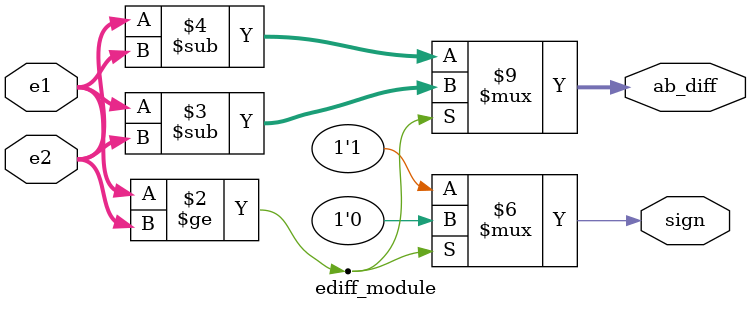
<source format=v>
module ediff_module(
    input wire [3:0] e1,
    input wire [3:0] e2,
    output reg sign,      
    output reg [3:0] ab_diff 
);
    always @(*) begin
        if (e1 >= e2) begin
            ab_diff = e1 - e2;
            sign = 1'b0;
        end else begin
            ab_diff = e2 - e1;
            sign = 1'b1;
        end
    end
endmodule
</source>
